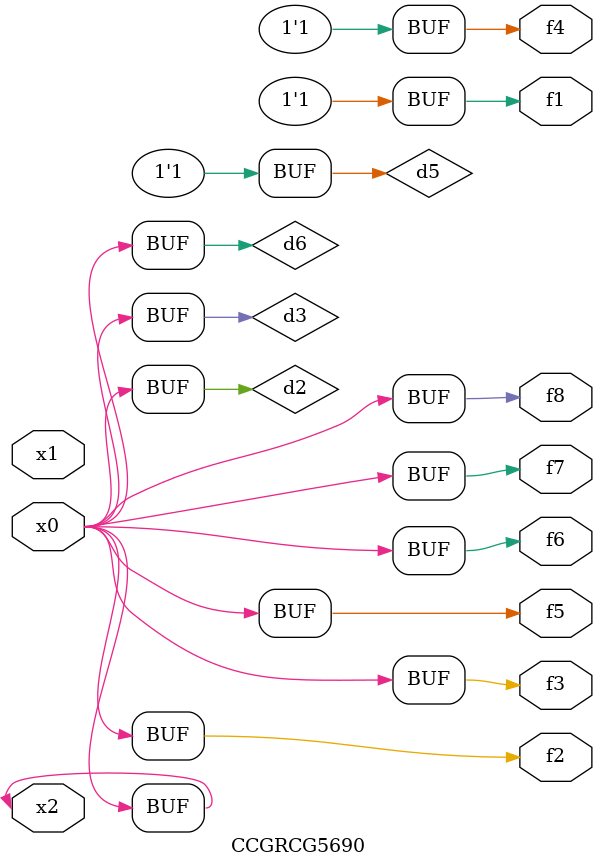
<source format=v>
module CCGRCG5690(
	input x0, x1, x2,
	output f1, f2, f3, f4, f5, f6, f7, f8
);

	wire d1, d2, d3, d4, d5, d6;

	xnor (d1, x2);
	buf (d2, x0, x2);
	and (d3, x0);
	xnor (d4, x1, x2);
	nand (d5, d1, d3);
	buf (d6, d2, d3);
	assign f1 = d5;
	assign f2 = d6;
	assign f3 = d6;
	assign f4 = d5;
	assign f5 = d6;
	assign f6 = d6;
	assign f7 = d6;
	assign f8 = d6;
endmodule

</source>
